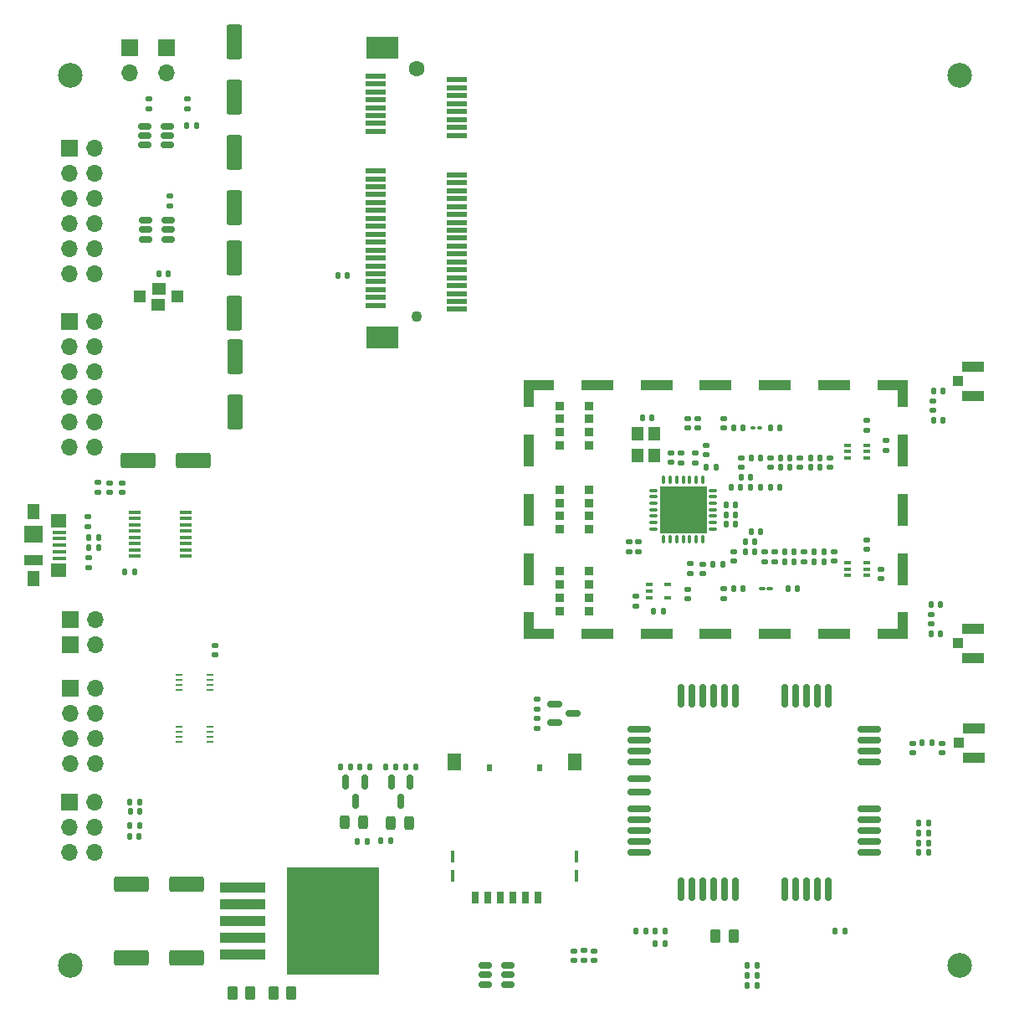
<source format=gts>
%TF.GenerationSoftware,KiCad,Pcbnew,6.0.4-6f826c9f35~116~ubuntu18.04.1*%
%TF.CreationDate,2022-03-28T11:59:59-03:00*%
%TF.ProjectId,CommBoard,436f6d6d-426f-4617-9264-2e6b69636164,rev?*%
%TF.SameCoordinates,Original*%
%TF.FileFunction,Soldermask,Top*%
%TF.FilePolarity,Negative*%
%FSLAX46Y46*%
G04 Gerber Fmt 4.6, Leading zero omitted, Abs format (unit mm)*
G04 Created by KiCad (PCBNEW 6.0.4-6f826c9f35~116~ubuntu18.04.1) date 2022-03-28 11:59:59*
%MOMM*%
%LPD*%
G01*
G04 APERTURE LIST*
G04 Aperture macros list*
%AMRoundRect*
0 Rectangle with rounded corners*
0 $1 Rounding radius*
0 $2 $3 $4 $5 $6 $7 $8 $9 X,Y pos of 4 corners*
0 Add a 4 corners polygon primitive as box body*
4,1,4,$2,$3,$4,$5,$6,$7,$8,$9,$2,$3,0*
0 Add four circle primitives for the rounded corners*
1,1,$1+$1,$2,$3*
1,1,$1+$1,$4,$5*
1,1,$1+$1,$6,$7*
1,1,$1+$1,$8,$9*
0 Add four rect primitives between the rounded corners*
20,1,$1+$1,$2,$3,$4,$5,0*
20,1,$1+$1,$4,$5,$6,$7,0*
20,1,$1+$1,$6,$7,$8,$9,0*
20,1,$1+$1,$8,$9,$2,$3,0*%
G04 Aperture macros list end*
%ADD10RoundRect,0.140000X0.170000X-0.140000X0.170000X0.140000X-0.170000X0.140000X-0.170000X-0.140000X0*%
%ADD11R,0.900000X0.900000*%
%ADD12RoundRect,0.147500X-0.172500X0.147500X-0.172500X-0.147500X0.172500X-0.147500X0.172500X0.147500X0*%
%ADD13RoundRect,0.250000X1.500000X0.550000X-1.500000X0.550000X-1.500000X-0.550000X1.500000X-0.550000X0*%
%ADD14RoundRect,0.140000X-0.170000X0.140000X-0.170000X-0.140000X0.170000X-0.140000X0.170000X0.140000X0*%
%ADD15RoundRect,0.250000X0.550000X-1.500000X0.550000X1.500000X-0.550000X1.500000X-0.550000X-1.500000X0*%
%ADD16O,0.750000X2.400000*%
%ADD17O,2.400000X0.750000*%
%ADD18RoundRect,0.250000X-0.550000X1.500000X-0.550000X-1.500000X0.550000X-1.500000X0.550000X1.500000X0*%
%ADD19RoundRect,0.135000X0.185000X-0.135000X0.185000X0.135000X-0.185000X0.135000X-0.185000X-0.135000X0*%
%ADD20RoundRect,0.150000X0.512500X0.150000X-0.512500X0.150000X-0.512500X-0.150000X0.512500X-0.150000X0*%
%ADD21RoundRect,0.140000X-0.140000X-0.170000X0.140000X-0.170000X0.140000X0.170000X-0.140000X0.170000X0*%
%ADD22RoundRect,0.135000X-0.135000X-0.185000X0.135000X-0.185000X0.135000X0.185000X-0.135000X0.185000X0*%
%ADD23RoundRect,0.250000X0.262500X0.450000X-0.262500X0.450000X-0.262500X-0.450000X0.262500X-0.450000X0*%
%ADD24RoundRect,0.150000X-0.150000X0.587500X-0.150000X-0.587500X0.150000X-0.587500X0.150000X0.587500X0*%
%ADD25RoundRect,0.250000X-1.500000X-0.550000X1.500000X-0.550000X1.500000X0.550000X-1.500000X0.550000X0*%
%ADD26RoundRect,0.147500X-0.147500X-0.172500X0.147500X-0.172500X0.147500X0.172500X-0.147500X0.172500X0*%
%ADD27RoundRect,0.150000X-0.587500X-0.150000X0.587500X-0.150000X0.587500X0.150000X-0.587500X0.150000X0*%
%ADD28R,1.200000X0.400000*%
%ADD29R,1.380000X0.450000*%
%ADD30R,1.550000X1.425000*%
%ADD31R,1.300000X1.650000*%
%ADD32R,1.900000X1.000000*%
%ADD33R,1.900000X1.800000*%
%ADD34R,1.700000X1.700000*%
%ADD35O,1.700000X1.700000*%
%ADD36RoundRect,0.140000X0.140000X0.170000X-0.140000X0.170000X-0.140000X-0.170000X0.140000X-0.170000X0*%
%ADD37RoundRect,0.135000X0.135000X0.185000X-0.135000X0.185000X-0.135000X-0.185000X0.135000X-0.185000X0*%
%ADD38RoundRect,0.147500X0.172500X-0.147500X0.172500X0.147500X-0.172500X0.147500X-0.172500X-0.147500X0*%
%ADD39R,0.700000X0.400000*%
%ADD40RoundRect,0.147500X0.147500X0.172500X-0.147500X0.172500X-0.147500X-0.172500X0.147500X-0.172500X0*%
%ADD41R,1.050000X1.000000*%
%ADD42R,2.200000X1.050000*%
%ADD43RoundRect,0.150000X-0.512500X-0.150000X0.512500X-0.150000X0.512500X0.150000X-0.512500X0.150000X0*%
%ADD44C,1.600000*%
%ADD45C,1.100000*%
%ADD46R,2.000000X0.600000*%
%ADD47R,3.200000X2.300000*%
%ADD48C,2.500000*%
%ADD49R,0.750000X0.250000*%
%ADD50R,0.650000X0.400000*%
%ADD51RoundRect,0.135000X-0.185000X0.135000X-0.185000X-0.135000X0.185000X-0.135000X0.185000X0.135000X0*%
%ADD52R,0.650000X1.150000*%
%ADD53R,0.540000X0.800000*%
%ADD54R,0.450000X1.300000*%
%ADD55R,1.400000X1.700000*%
%ADD56RoundRect,0.075000X-0.075000X0.312500X-0.075000X-0.312500X0.075000X-0.312500X0.075000X0.312500X0*%
%ADD57RoundRect,0.075000X-0.312500X0.075000X-0.312500X-0.075000X0.312500X-0.075000X0.312500X0.075000X0*%
%ADD58R,4.800000X4.800000*%
%ADD59RoundRect,0.250000X-0.262500X-0.450000X0.262500X-0.450000X0.262500X0.450000X-0.262500X0.450000X0*%
%ADD60R,1.200000X1.300000*%
%ADD61R,1.400000X1.300000*%
%ADD62R,4.600000X1.100000*%
%ADD63R,9.400000X10.800000*%
%ADD64RoundRect,0.243750X0.243750X0.456250X-0.243750X0.456250X-0.243750X-0.456250X0.243750X-0.456250X0*%
%ADD65R,1.000000X1.750000*%
%ADD66R,3.300000X1.000000*%
%ADD67R,1.000000X1.000000*%
%ADD68R,1.000000X3.300000*%
%ADD69R,2.100000X1.000000*%
%ADD70R,1.200000X1.400000*%
%ADD71RoundRect,0.100000X-0.217500X-0.100000X0.217500X-0.100000X0.217500X0.100000X-0.217500X0.100000X0*%
%ADD72RoundRect,0.100000X-0.130000X-0.100000X0.130000X-0.100000X0.130000X0.100000X-0.130000X0.100000X0*%
G04 APERTURE END LIST*
D10*
%TO.C,C26*%
X87974744Y-118106233D03*
X87974744Y-117146233D03*
%TD*%
D11*
%TO.C,RN1*%
X84524744Y-62026233D03*
X84524744Y-63366233D03*
X84524744Y-64686233D03*
X84524744Y-66026233D03*
X87524744Y-66026233D03*
X87524744Y-64686233D03*
X87524744Y-63366233D03*
X87524744Y-62026233D03*
%TD*%
D12*
%TO.C,L9*%
X105274744Y-76806233D03*
X105274744Y-77776233D03*
%TD*%
D13*
%TO.C,C21*%
X46774744Y-117876233D03*
X41174744Y-117876233D03*
%TD*%
D14*
%TO.C,C43*%
X97524744Y-80566233D03*
X97524744Y-81526233D03*
%TD*%
D15*
%TO.C,C14*%
X51624744Y-52676233D03*
X51624744Y-47076233D03*
%TD*%
D16*
%TO.C,U8*%
X111724744Y-91326233D03*
X110624744Y-91326233D03*
X109524744Y-91326233D03*
X108424744Y-91326233D03*
X107324744Y-91326233D03*
X102324744Y-91326233D03*
X101224744Y-91326233D03*
X100124744Y-91326233D03*
X99024744Y-91326233D03*
X97924744Y-91326233D03*
X96824744Y-91326233D03*
D17*
X92574744Y-94776233D03*
X92574744Y-95876233D03*
X92574744Y-96976233D03*
X92574744Y-98076233D03*
X92574744Y-102776233D03*
X92574744Y-103876233D03*
X92574744Y-104976233D03*
X92574744Y-106076233D03*
X92574744Y-107176233D03*
D16*
X96824744Y-110926233D03*
X97924744Y-110926233D03*
X99024744Y-110926233D03*
X100124744Y-110926233D03*
X101224744Y-110926233D03*
X102324744Y-110926233D03*
X107324744Y-110926233D03*
X108424744Y-110926233D03*
X109524744Y-110926233D03*
X110624744Y-110926233D03*
X111724744Y-110926233D03*
D17*
X115874744Y-107176233D03*
X115874744Y-106076233D03*
X115874744Y-104976233D03*
X115874744Y-103876233D03*
X115874744Y-102776233D03*
X115874744Y-98076233D03*
X115874744Y-96976233D03*
X115874744Y-95876233D03*
X115874744Y-94776233D03*
X92574744Y-99776233D03*
X92574744Y-101076233D03*
%TD*%
D18*
%TO.C,C16*%
X51674744Y-57026233D03*
X51674744Y-62626233D03*
%TD*%
D10*
%TO.C,C39*%
X98524744Y-64276233D03*
X98524744Y-63316233D03*
%TD*%
D19*
%TO.C,R3*%
X46874744Y-32036233D03*
X46874744Y-31016233D03*
%TD*%
D20*
%TO.C,U4*%
X44812244Y-35676233D03*
X44812244Y-34726233D03*
X44812244Y-33776233D03*
X42537244Y-33776233D03*
X42537244Y-34726233D03*
X42537244Y-35676233D03*
%TD*%
D21*
%TO.C,C60*%
X107644744Y-80526233D03*
X108604744Y-80526233D03*
%TD*%
D22*
%TO.C,R2*%
X41014744Y-104476233D03*
X42034744Y-104476233D03*
%TD*%
D14*
%TO.C,C6*%
X37774744Y-69791233D03*
X37774744Y-70751233D03*
%TD*%
%TO.C,C5*%
X38974744Y-69811233D03*
X38974744Y-70771233D03*
%TD*%
D21*
%TO.C,C49*%
X102124744Y-64276233D03*
X103084744Y-64276233D03*
%TD*%
%TO.C,C25*%
X120894744Y-107226233D03*
X121854744Y-107226233D03*
%TD*%
D22*
%TO.C,R7*%
X36864744Y-75326233D03*
X37884744Y-75326233D03*
%TD*%
D23*
%TO.C,R17*%
X102137244Y-115626233D03*
X100312244Y-115626233D03*
%TD*%
D24*
%TO.C,Q2*%
X69387244Y-100113733D03*
X67487244Y-100113733D03*
X68437244Y-101988733D03*
%TD*%
D25*
%TO.C,C8*%
X41824744Y-67526233D03*
X47424744Y-67526233D03*
%TD*%
D26*
%TO.C,L8*%
X103889744Y-67276233D03*
X104859744Y-67276233D03*
%TD*%
D10*
%TO.C,C7*%
X36824744Y-74226233D03*
X36824744Y-73266233D03*
%TD*%
D22*
%TO.C,R26*%
X64017244Y-106051233D03*
X65037244Y-106051233D03*
%TD*%
D10*
%TO.C,C70*%
X117054744Y-79526233D03*
X117054744Y-78566233D03*
%TD*%
D21*
%TO.C,C58*%
X105874744Y-64276233D03*
X106834744Y-64276233D03*
%TD*%
%TO.C,C28*%
X112414744Y-115176233D03*
X113374744Y-115176233D03*
%TD*%
D27*
%TO.C,Q1*%
X84037244Y-92176233D03*
X84037244Y-94076233D03*
X85912244Y-93126233D03*
%TD*%
D14*
%TO.C,C67*%
X111904744Y-67316233D03*
X111904744Y-68276233D03*
%TD*%
D28*
%TO.C,U5*%
X41524744Y-72803733D03*
X41524744Y-73438733D03*
X41524744Y-74073733D03*
X41524744Y-74708733D03*
X41524744Y-75343733D03*
X41524744Y-75978733D03*
X41524744Y-76613733D03*
X41524744Y-77248733D03*
X46724744Y-77248733D03*
X46724744Y-76613733D03*
X46724744Y-75978733D03*
X46724744Y-75343733D03*
X46724744Y-74708733D03*
X46724744Y-74073733D03*
X46724744Y-73438733D03*
X46724744Y-72803733D03*
%TD*%
D14*
%TO.C,C19*%
X123224744Y-96146233D03*
X123224744Y-97106233D03*
%TD*%
D22*
%TO.C,R24*%
X64327244Y-98551233D03*
X65347244Y-98551233D03*
%TD*%
D21*
%TO.C,C22*%
X120894744Y-104226233D03*
X121854744Y-104226233D03*
%TD*%
D29*
%TO.C,J2*%
X33934744Y-74826233D03*
X33934744Y-75476233D03*
X33934744Y-76126233D03*
X33934744Y-76776233D03*
X33934744Y-77426233D03*
D30*
X33849744Y-73638733D03*
D31*
X31274744Y-72751233D03*
X31274744Y-79501233D03*
D32*
X31274744Y-77676233D03*
D33*
X31274744Y-74976233D03*
D30*
X33849744Y-78613733D03*
%TD*%
D10*
%TO.C,C34*%
X115624744Y-64481233D03*
X115624744Y-63521233D03*
%TD*%
D34*
%TO.C,J6*%
X34974744Y-83666233D03*
D35*
X37514744Y-83666233D03*
%TD*%
D21*
%TO.C,C65*%
X109924744Y-68276233D03*
X110884744Y-68276233D03*
%TD*%
D18*
%TO.C,C4*%
X51574744Y-25226233D03*
X51574744Y-30826233D03*
%TD*%
D21*
%TO.C,C62*%
X107294744Y-76776233D03*
X108254744Y-76776233D03*
%TD*%
D36*
%TO.C,C2*%
X41984744Y-105576233D03*
X41024744Y-105576233D03*
%TD*%
D37*
%TO.C,R1*%
X42024744Y-102076233D03*
X41004744Y-102076233D03*
%TD*%
D22*
%TO.C,R8*%
X36874744Y-76376233D03*
X37894744Y-76376233D03*
%TD*%
D38*
%TO.C,L4*%
X99374744Y-66996233D03*
X99374744Y-66026233D03*
%TD*%
D19*
%TO.C,R4*%
X42974744Y-32026233D03*
X42974744Y-31006233D03*
%TD*%
D14*
%TO.C,C63*%
X108874744Y-67296233D03*
X108874744Y-68256233D03*
%TD*%
D37*
%TO.C,R14*%
X95244744Y-116376233D03*
X94224744Y-116376233D03*
%TD*%
D34*
%TO.C,J7*%
X34974744Y-86166233D03*
D35*
X37514744Y-86166233D03*
%TD*%
D10*
%TO.C,C17*%
X49624744Y-87206233D03*
X49624744Y-86246233D03*
%TD*%
D39*
%TO.C,U12*%
X113674744Y-77876233D03*
X113674744Y-78526233D03*
X113674744Y-79176233D03*
X115574744Y-79176233D03*
X115574744Y-78526233D03*
X115574744Y-77876233D03*
%TD*%
D21*
%TO.C,C50*%
X105874744Y-70276233D03*
X106834744Y-70276233D03*
%TD*%
D26*
%TO.C,L13*%
X110289744Y-77776233D03*
X111259744Y-77776233D03*
%TD*%
D34*
%TO.C,J4*%
X44724744Y-25836233D03*
D35*
X44724744Y-28376233D03*
%TD*%
D36*
%TO.C,C13*%
X41504744Y-78826233D03*
X40544744Y-78826233D03*
%TD*%
D21*
%TO.C,C72*%
X122114744Y-82101233D03*
X123074744Y-82101233D03*
%TD*%
D10*
%TO.C,C30*%
X98274744Y-67776233D03*
X98274744Y-66816233D03*
%TD*%
D40*
%TO.C,L7*%
X104259744Y-75776233D03*
X103289744Y-75776233D03*
%TD*%
D41*
%TO.C,J13*%
X124799744Y-59551233D03*
D42*
X126324744Y-58076233D03*
X126324744Y-61026233D03*
%TD*%
D43*
%TO.C,D2*%
X76974744Y-118626233D03*
X76974744Y-119576233D03*
X76974744Y-120526233D03*
X79249744Y-120526233D03*
X79249744Y-119576233D03*
X79249744Y-118626233D03*
%TD*%
D10*
%TO.C,C47*%
X101124744Y-64276233D03*
X101124744Y-63316233D03*
%TD*%
D14*
%TO.C,C48*%
X101124744Y-80546233D03*
X101124744Y-81506233D03*
%TD*%
D44*
%TO.C,U2*%
X70049744Y-27976233D03*
D45*
X70049744Y-52976233D03*
D46*
X65949744Y-28676233D03*
X74149744Y-29076233D03*
X65949744Y-29476233D03*
X74149744Y-29876233D03*
X65949744Y-30276233D03*
X74149744Y-30676233D03*
X65949744Y-31076233D03*
X74149744Y-31476233D03*
X65949744Y-31876233D03*
X74149744Y-32276233D03*
X65949744Y-32676233D03*
X74149744Y-33076233D03*
X65949744Y-33476233D03*
X74149744Y-33876233D03*
X65949744Y-34276233D03*
X74149744Y-34676233D03*
X65949744Y-38276233D03*
X74149744Y-38676233D03*
X65949744Y-39076233D03*
X74149744Y-39476233D03*
X65949744Y-39876233D03*
X74149744Y-40276233D03*
X65949744Y-40676233D03*
X74149744Y-41076233D03*
X65949744Y-41476233D03*
X74149744Y-41876233D03*
X65949744Y-42276233D03*
X74149744Y-42676233D03*
X65949744Y-43076233D03*
X74149744Y-43476233D03*
X65949744Y-43876233D03*
X74149744Y-44276233D03*
X65949744Y-44676233D03*
X74149744Y-45076233D03*
X65949744Y-45476233D03*
X74149744Y-45876233D03*
X65949744Y-46276233D03*
X74149744Y-46676233D03*
X65949744Y-47076233D03*
X74149744Y-47476233D03*
X65949744Y-47876233D03*
X74149744Y-48276233D03*
X65949744Y-48676233D03*
X74149744Y-49076233D03*
X65949744Y-49476233D03*
X74149744Y-49876233D03*
X65949744Y-50276233D03*
X74149744Y-50676233D03*
X65949744Y-51076233D03*
X74149744Y-51476233D03*
X65949744Y-51876233D03*
X74149744Y-52276233D03*
D47*
X66549744Y-55126233D03*
X66549744Y-25826233D03*
%TD*%
D14*
%TO.C,C57*%
X105849744Y-67276233D03*
X105849744Y-68236233D03*
%TD*%
D37*
%TO.C,R19*%
X104484744Y-120626233D03*
X103464744Y-120626233D03*
%TD*%
D11*
%TO.C,RN2*%
X84524744Y-70526233D03*
X84524744Y-71866233D03*
X84524744Y-73186233D03*
X84524744Y-74526233D03*
X87524744Y-74526233D03*
X87524744Y-73186233D03*
X87524744Y-71866233D03*
X87524744Y-70526233D03*
%TD*%
D21*
%TO.C,C74*%
X122139744Y-85051233D03*
X123099744Y-85051233D03*
%TD*%
%TO.C,C51*%
X102894744Y-69276233D03*
X103854744Y-69276233D03*
%TD*%
D26*
%TO.C,L12*%
X109904744Y-67276233D03*
X110874744Y-67276233D03*
%TD*%
D21*
%TO.C,C61*%
X106889744Y-68276233D03*
X107849744Y-68276233D03*
%TD*%
%TO.C,C24*%
X120894744Y-106226233D03*
X121854744Y-106226233D03*
%TD*%
D48*
%TO.C,H1*%
X124974744Y-28626233D03*
%TD*%
D49*
%TO.C,U7*%
X46024744Y-94476233D03*
X46024744Y-94976233D03*
X46024744Y-95476233D03*
X46024744Y-95976233D03*
X49124744Y-95976233D03*
X49124744Y-95476233D03*
X49124744Y-94976233D03*
X49124744Y-94476233D03*
%TD*%
D37*
%TO.C,R20*%
X104494744Y-119626233D03*
X103474744Y-119626233D03*
%TD*%
D36*
%TO.C,C45*%
X95004744Y-82776233D03*
X94044744Y-82776233D03*
%TD*%
D14*
%TO.C,C53*%
X102174744Y-76796233D03*
X102174744Y-77756233D03*
%TD*%
D21*
%TO.C,C46*%
X100044744Y-78026233D03*
X101004744Y-78026233D03*
%TD*%
D41*
%TO.C,J10*%
X124949744Y-96101233D03*
D42*
X126474744Y-94626233D03*
X126474744Y-97576233D03*
%TD*%
D50*
%TO.C,U10*%
X93574744Y-80126233D03*
X93574744Y-80776233D03*
X93574744Y-81426233D03*
X95474744Y-81426233D03*
X95474744Y-80126233D03*
%TD*%
D10*
%TO.C,C27*%
X86974744Y-118086233D03*
X86974744Y-117126233D03*
%TD*%
D51*
%TO.C,R5*%
X45074744Y-40806233D03*
X45074744Y-41826233D03*
%TD*%
D21*
%TO.C,C73*%
X122364744Y-60526233D03*
X123324744Y-60526233D03*
%TD*%
D10*
%TO.C,C29*%
X85974744Y-118106233D03*
X85974744Y-117146233D03*
%TD*%
D26*
%TO.C,L11*%
X107289744Y-77776233D03*
X108259744Y-77776233D03*
%TD*%
D22*
%TO.C,R25*%
X62327244Y-98551233D03*
X63347244Y-98551233D03*
%TD*%
D52*
%TO.C,J11*%
X77219744Y-111746233D03*
X79759744Y-111746233D03*
X82299744Y-111746233D03*
X75949744Y-111746233D03*
X78489744Y-111746233D03*
X81029744Y-111746233D03*
D53*
X77429744Y-98596233D03*
D54*
X86244744Y-107576233D03*
X73704744Y-107576233D03*
D53*
X82509744Y-98596233D03*
D55*
X73869744Y-98016233D03*
D54*
X73704744Y-109576233D03*
X86244744Y-109576233D03*
D55*
X86079744Y-98016233D03*
%TD*%
D40*
%TO.C,L2*%
X100344744Y-68276233D03*
X99374744Y-68276233D03*
%TD*%
D26*
%TO.C,L10*%
X106864744Y-67276233D03*
X107834744Y-67276233D03*
%TD*%
D56*
%TO.C,U9*%
X98974744Y-69538733D03*
X98324744Y-69538733D03*
X97674744Y-69538733D03*
X97024744Y-69538733D03*
X96374744Y-69538733D03*
X95724744Y-69538733D03*
X95074744Y-69538733D03*
D57*
X94037244Y-70576233D03*
X94037244Y-71226233D03*
X94037244Y-71876233D03*
X94037244Y-72526233D03*
X94037244Y-73176233D03*
X94037244Y-73826233D03*
X94037244Y-74476233D03*
D56*
X95074744Y-75513733D03*
X95724744Y-75513733D03*
X96374744Y-75513733D03*
X97024744Y-75513733D03*
X97674744Y-75513733D03*
X98324744Y-75513733D03*
X98974744Y-75513733D03*
D57*
X100012244Y-74476233D03*
X100012244Y-73826233D03*
X100012244Y-73176233D03*
X100012244Y-72526233D03*
X100012244Y-71876233D03*
X100012244Y-71226233D03*
X100012244Y-70576233D03*
D58*
X97024744Y-72526233D03*
%TD*%
D19*
%TO.C,R10*%
X82287244Y-92696233D03*
X82287244Y-91676233D03*
%TD*%
D41*
%TO.C,J14*%
X124799744Y-86026233D03*
D42*
X126324744Y-87501233D03*
X126324744Y-84551233D03*
%TD*%
D12*
%TO.C,L1*%
X40224744Y-69806233D03*
X40224744Y-70776233D03*
%TD*%
D37*
%TO.C,R18*%
X104494744Y-118626233D03*
X103474744Y-118626233D03*
%TD*%
D14*
%TO.C,C9*%
X36874744Y-77396233D03*
X36874744Y-78356233D03*
%TD*%
D37*
%TO.C,R11*%
X93224744Y-115126233D03*
X92204744Y-115126233D03*
%TD*%
D48*
%TO.C,H3*%
X34974744Y-28626233D03*
%TD*%
D21*
%TO.C,C56*%
X103894744Y-74776233D03*
X104854744Y-74776233D03*
%TD*%
D39*
%TO.C,U11*%
X113674744Y-66001233D03*
X113674744Y-66651233D03*
X113674744Y-67301233D03*
X115574744Y-67301233D03*
X115574744Y-66651233D03*
X115574744Y-66001233D03*
%TD*%
D21*
%TO.C,C71*%
X122364744Y-63526233D03*
X123324744Y-63526233D03*
%TD*%
D36*
%TO.C,C32*%
X93854744Y-63276233D03*
X92894744Y-63276233D03*
%TD*%
D59*
%TO.C,R15*%
X51399744Y-121376233D03*
X53224744Y-121376233D03*
%TD*%
D13*
%TO.C,C18*%
X46774744Y-110376233D03*
X41174744Y-110376233D03*
%TD*%
D20*
%TO.C,U3*%
X44912244Y-45176233D03*
X44912244Y-44226233D03*
X44912244Y-43276233D03*
X42637244Y-43276233D03*
X42637244Y-44226233D03*
X42637244Y-45176233D03*
%TD*%
D51*
%TO.C,R27*%
X97774744Y-78006233D03*
X97774744Y-79026233D03*
%TD*%
D34*
%TO.C,J5*%
X40974744Y-25796233D03*
D35*
X40974744Y-28336233D03*
%TD*%
D37*
%TO.C,R23*%
X67457244Y-106026233D03*
X66437244Y-106026233D03*
%TD*%
D36*
%TO.C,C10*%
X44934744Y-48676233D03*
X43974744Y-48676233D03*
%TD*%
D21*
%TO.C,C36*%
X101394744Y-73026233D03*
X102354744Y-73026233D03*
%TD*%
D22*
%TO.C,R21*%
X68927244Y-98551233D03*
X69947244Y-98551233D03*
%TD*%
D10*
%TO.C,C64*%
X109274744Y-77776233D03*
X109274744Y-76816233D03*
%TD*%
D60*
%TO.C,C12*%
X45834744Y-50966233D03*
D61*
X43974744Y-50166233D03*
X43934744Y-51776233D03*
D60*
X42054744Y-50966233D03*
%TD*%
D10*
%TO.C,C59*%
X106274744Y-77776233D03*
X106274744Y-76816233D03*
%TD*%
D62*
%TO.C,U6*%
X52449744Y-110726233D03*
X52449744Y-112426233D03*
D63*
X61599744Y-114126233D03*
D62*
X52449744Y-114126233D03*
X52449744Y-115826233D03*
X52449744Y-117526233D03*
%TD*%
D22*
%TO.C,R22*%
X66927244Y-98551233D03*
X67947244Y-98551233D03*
%TD*%
D10*
%TO.C,C38*%
X97524744Y-64256233D03*
X97524744Y-63296233D03*
%TD*%
D37*
%TO.C,R6*%
X47784744Y-33726233D03*
X46764744Y-33726233D03*
%TD*%
D21*
%TO.C,C55*%
X103294744Y-76776233D03*
X104254744Y-76776233D03*
%TD*%
D59*
%TO.C,R16*%
X55562244Y-121376233D03*
X57387244Y-121376233D03*
%TD*%
D10*
%TO.C,C54*%
X102874744Y-68256233D03*
X102874744Y-67296233D03*
%TD*%
D19*
%TO.C,R12*%
X82287244Y-94676233D03*
X82287244Y-93656233D03*
%TD*%
D48*
%TO.C,H2*%
X124974744Y-118626233D03*
%TD*%
D10*
%TO.C,C41*%
X115599744Y-76526233D03*
X115599744Y-75566233D03*
%TD*%
D38*
%TO.C,L15*%
X122099744Y-84076233D03*
X122099744Y-83106233D03*
%TD*%
D21*
%TO.C,C23*%
X120894744Y-105226233D03*
X121854744Y-105226233D03*
%TD*%
%TO.C,C1*%
X41064744Y-103076233D03*
X42024744Y-103076233D03*
%TD*%
D12*
%TO.C,L5*%
X99024744Y-78026233D03*
X99024744Y-78996233D03*
%TD*%
D21*
%TO.C,C66*%
X110294744Y-76776233D03*
X111254744Y-76776233D03*
%TD*%
D48*
%TO.C,H4*%
X34974744Y-118626233D03*
%TD*%
D14*
%TO.C,C69*%
X117524744Y-65566233D03*
X117524744Y-66526233D03*
%TD*%
D21*
%TO.C,C52*%
X102144744Y-80526233D03*
X103104744Y-80526233D03*
%TD*%
D64*
%TO.C,D3*%
X64612244Y-104151233D03*
X62737244Y-104151233D03*
%TD*%
%TO.C,D1*%
X69312244Y-104226233D03*
X67437244Y-104226233D03*
%TD*%
D49*
%TO.C,U1*%
X46024744Y-89276233D03*
X46024744Y-89776233D03*
X46024744Y-90276233D03*
X46024744Y-90776233D03*
X49124744Y-90776233D03*
X49124744Y-90276233D03*
X49124744Y-89776233D03*
X49124744Y-89276233D03*
%TD*%
D65*
%TO.C,J15*%
X81374744Y-61301233D03*
X119274744Y-83751233D03*
D66*
X94324744Y-85126233D03*
X88324744Y-85126233D03*
X112324744Y-59926233D03*
D67*
X81374744Y-85126233D03*
D68*
X119274744Y-72526233D03*
D66*
X100324744Y-85126233D03*
D68*
X81374744Y-72526233D03*
D69*
X117724744Y-59926233D03*
X82924744Y-59926233D03*
D66*
X100324744Y-59926233D03*
D68*
X81374744Y-66526233D03*
X81374744Y-78526233D03*
D67*
X119274744Y-85126233D03*
D66*
X106324744Y-85126233D03*
D67*
X119274744Y-59926233D03*
D65*
X119274744Y-61301233D03*
X81374744Y-83751233D03*
D66*
X94324744Y-59926233D03*
D69*
X82924744Y-85126233D03*
D68*
X119274744Y-66526233D03*
D69*
X117724744Y-85126233D03*
D66*
X112324744Y-85126233D03*
D68*
X119274744Y-78526233D03*
D67*
X81374744Y-59926233D03*
D66*
X106324744Y-59926233D03*
X88324744Y-59926233D03*
%TD*%
D10*
%TO.C,C68*%
X112274744Y-77756233D03*
X112274744Y-76796233D03*
%TD*%
D14*
%TO.C,C20*%
X120224744Y-96146233D03*
X120224744Y-97106233D03*
%TD*%
D15*
%TO.C,C3*%
X51574744Y-42026233D03*
X51574744Y-36426233D03*
%TD*%
D14*
%TO.C,C42*%
X92524744Y-75796233D03*
X92524744Y-76756233D03*
%TD*%
D70*
%TO.C,Y1*%
X92424744Y-64826233D03*
X92424744Y-67026233D03*
X94124744Y-67026233D03*
X94124744Y-64826233D03*
%TD*%
D34*
%TO.C,J1*%
X34934744Y-102086233D03*
D35*
X37474744Y-102086233D03*
X34934744Y-104626233D03*
X37474744Y-104626233D03*
X34934744Y-107166233D03*
X37474744Y-107166233D03*
%TD*%
D26*
%TO.C,L6*%
X103874744Y-70276233D03*
X104844744Y-70276233D03*
%TD*%
D34*
%TO.C,J9*%
X34934744Y-53466233D03*
D35*
X37474744Y-53466233D03*
X34934744Y-56006233D03*
X37474744Y-56006233D03*
X34934744Y-58546233D03*
X37474744Y-58546233D03*
X34934744Y-61086233D03*
X37474744Y-61086233D03*
X34934744Y-63626233D03*
X37474744Y-63626233D03*
X34934744Y-66166233D03*
X37474744Y-66166233D03*
%TD*%
D71*
%TO.C,R29*%
X104987244Y-80526233D03*
X105802244Y-80526233D03*
%TD*%
D26*
%TO.C,L3*%
X101874744Y-70276233D03*
X102844744Y-70276233D03*
%TD*%
D21*
%TO.C,C35*%
X101394744Y-74026233D03*
X102354744Y-74026233D03*
%TD*%
D24*
%TO.C,Q3*%
X64787244Y-100113733D03*
X62887244Y-100113733D03*
X63837244Y-101988733D03*
%TD*%
D34*
%TO.C,J3*%
X34974744Y-90576233D03*
D35*
X37514744Y-90576233D03*
X34974744Y-93116233D03*
X37514744Y-93116233D03*
X34974744Y-95656233D03*
X37514744Y-95656233D03*
X34974744Y-98196233D03*
X37514744Y-98196233D03*
%TD*%
D22*
%TO.C,R9*%
X121214744Y-96126233D03*
X122234744Y-96126233D03*
%TD*%
D21*
%TO.C,C44*%
X101394744Y-72026233D03*
X102354744Y-72026233D03*
%TD*%
D11*
%TO.C,RN3*%
X84524744Y-78776233D03*
X84524744Y-80116233D03*
X84524744Y-81436233D03*
X84524744Y-82776233D03*
X87524744Y-82776233D03*
X87524744Y-81436233D03*
X87524744Y-80116233D03*
X87524744Y-78776233D03*
%TD*%
D12*
%TO.C,L14*%
X122324744Y-61541233D03*
X122324744Y-62511233D03*
%TD*%
D36*
%TO.C,C11*%
X63034744Y-48876233D03*
X62074744Y-48876233D03*
%TD*%
D72*
%TO.C,R28*%
X104124744Y-64276233D03*
X104764744Y-64276233D03*
%TD*%
D34*
%TO.C,J8*%
X34934744Y-35966233D03*
D35*
X37474744Y-35966233D03*
X34934744Y-38506233D03*
X37474744Y-38506233D03*
X34934744Y-41046233D03*
X37474744Y-41046233D03*
X34934744Y-43586233D03*
X37474744Y-43586233D03*
X34934744Y-46126233D03*
X37474744Y-46126233D03*
X34934744Y-48666233D03*
X37474744Y-48666233D03*
%TD*%
D14*
%TO.C,C40*%
X92274744Y-81316233D03*
X92274744Y-82276233D03*
%TD*%
%TO.C,C31*%
X95774744Y-66796233D03*
X95774744Y-67756233D03*
%TD*%
D37*
%TO.C,R13*%
X95244744Y-115126233D03*
X94224744Y-115126233D03*
%TD*%
D10*
%TO.C,C33*%
X96774744Y-67776233D03*
X96774744Y-66816233D03*
%TD*%
D14*
%TO.C,C37*%
X91524744Y-75796233D03*
X91524744Y-76756233D03*
%TD*%
M02*

</source>
